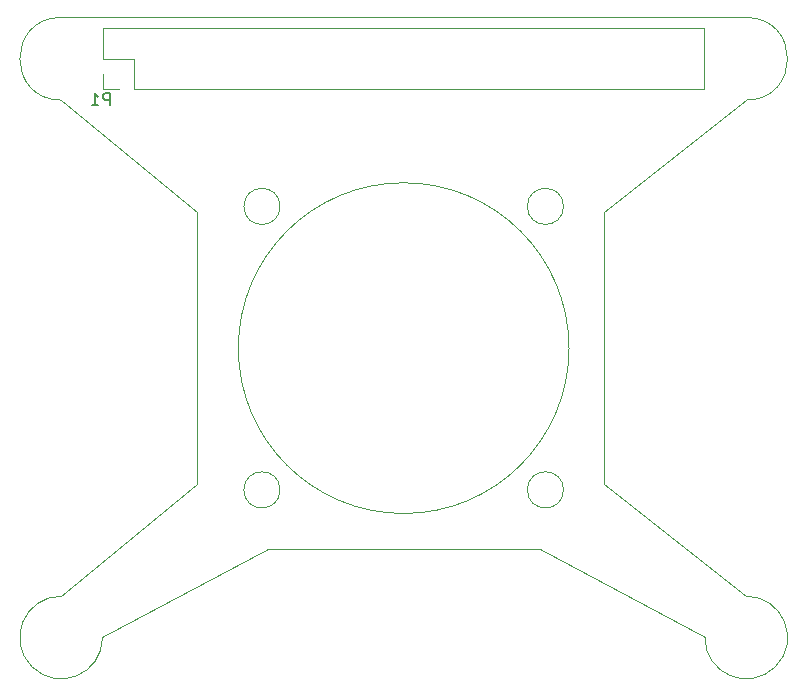
<source format=gbo>
%TF.GenerationSoftware,KiCad,Pcbnew,(5.1.7-7-g831c51c875)-1*%
%TF.CreationDate,2021-03-20T10:33:23-05:00*%
%TF.ProjectId,raspberry_pi_fan_hat,72617370-6265-4727-9279-5f70695f6661,rev?*%
%TF.SameCoordinates,PXbebc200PY8f0d180*%
%TF.FileFunction,Legend,Bot*%
%TF.FilePolarity,Positive*%
%FSLAX46Y46*%
G04 Gerber Fmt 4.6, Leading zero omitted, Abs format (unit mm)*
G04 Created by KiCad (PCBNEW (5.1.7-7-g831c51c875)-1) date 2021-03-20 10:33:23*
%MOMM*%
%LPD*%
G01*
G04 APERTURE LIST*
%TA.AperFunction,Profile*%
%ADD10C,0.100000*%
%TD*%
%ADD11C,0.120000*%
%ADD12C,0.150000*%
G04 APERTURE END LIST*
D10*
X46030000Y16000000D02*
G75*
G03*
X46030000Y16000000I-1530000J0D01*
G01*
X22030000Y16000000D02*
G75*
G03*
X22030000Y16000000I-1530000J0D01*
G01*
X22030000Y40000000D02*
G75*
G03*
X22030000Y40000000I-1530000J0D01*
G01*
X46030000Y40000000D02*
G75*
G03*
X46030000Y40000000I-1530000J0D01*
G01*
X3500000Y7000000D02*
X15000000Y16500000D01*
X46500000Y28000000D02*
G75*
G03*
X46500000Y28000000I-14000000J0D01*
G01*
X49500000Y39500000D02*
X61500000Y49000000D01*
X3500000Y49000000D02*
X15000000Y39500000D01*
X61500000Y7000000D02*
X49500000Y16500000D01*
X7000000Y3500000D02*
X21000000Y11000000D01*
X44000000Y11000000D02*
X58000000Y3500000D01*
X21000000Y11000000D02*
X44000000Y11000000D01*
X15000000Y39500000D02*
X15000000Y16500000D01*
X49500000Y16500000D02*
X49500000Y39500000D01*
X7000000Y3500000D02*
G75*
G02*
X3500000Y7000000I-3500000J0D01*
G01*
X61500000Y7000000D02*
G75*
G02*
X58000000Y3500000I0J-3500000D01*
G01*
X61500000Y56000000D02*
G75*
G02*
X61500000Y49000000I0J-3500000D01*
G01*
X3500000Y49000000D02*
G75*
G02*
X3500000Y56000000I0J3500000D01*
G01*
X61500000Y56000000D02*
X3500000Y56000000D01*
D11*
X7040000Y51230000D02*
X7040000Y49900000D01*
X7040000Y49900000D02*
X8370000Y49900000D01*
X7040000Y52500000D02*
X9640000Y52500000D01*
X9640000Y52500000D02*
X9640000Y49900000D01*
X9640000Y49900000D02*
X57960000Y49900000D01*
X57960000Y55100000D02*
X57960000Y49900000D01*
X7040000Y55100000D02*
X57960000Y55100000D01*
X7040000Y55100000D02*
X7040000Y52500000D01*
D12*
X7596095Y48569620D02*
X7596095Y49569620D01*
X7215142Y49569620D01*
X7119904Y49522000D01*
X7072285Y49474381D01*
X7024666Y49379143D01*
X7024666Y49236286D01*
X7072285Y49141048D01*
X7119904Y49093429D01*
X7215142Y49045810D01*
X7596095Y49045810D01*
X6072285Y48569620D02*
X6643714Y48569620D01*
X6358000Y48569620D02*
X6358000Y49569620D01*
X6453238Y49426762D01*
X6548476Y49331524D01*
X6643714Y49283905D01*
M02*

</source>
